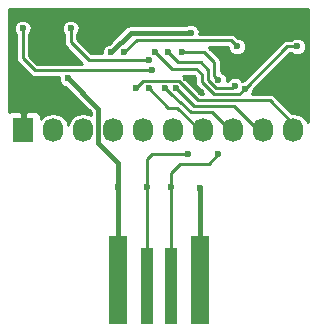
<source format=gbr>
G04 #@! TF.FileFunction,Copper,L2,Bot,Signal*
%FSLAX46Y46*%
G04 Gerber Fmt 4.6, Leading zero omitted, Abs format (unit mm)*
G04 Created by KiCad (PCBNEW (2015-04-09 BZR 5589)-product) date Monday, June 29, 2015 'PMt' 04:43:36 PM*
%MOMM*%
G01*
G04 APERTURE LIST*
%ADD10C,0.100000*%
%ADD11R,1.498600X7.498080*%
%ADD12R,0.998220X6.499860*%
%ADD13R,1.727200X2.032000*%
%ADD14O,1.727200X2.032000*%
%ADD15C,0.600000*%
%ADD16C,0.400000*%
%ADD17C,0.250000*%
%ADD18C,0.254000*%
G04 APERTURE END LIST*
D10*
D11*
X170883580Y-127704880D03*
D12*
X168384220Y-128202720D03*
X166387780Y-128202720D03*
D11*
X163888420Y-127704880D03*
D13*
X155892500Y-115062000D03*
D14*
X158432500Y-115062000D03*
X160972500Y-115062000D03*
X163512500Y-115062000D03*
X166052500Y-115062000D03*
X168592500Y-115062000D03*
X171132500Y-115062000D03*
X173672500Y-115062000D03*
X176212500Y-115062000D03*
X178752500Y-115062000D03*
D15*
X163322000Y-108458000D03*
X170053000Y-106807000D03*
X170878812Y-119950892D03*
X162814000Y-105156000D03*
X171196000Y-105156000D03*
X176022000Y-105156000D03*
X157861000Y-109029500D03*
X158496000Y-111887000D03*
X170900000Y-111800000D03*
X169700000Y-110600000D03*
X167068500Y-108458000D03*
X174625000Y-111569500D03*
X179070000Y-107950000D03*
X164401500Y-108458000D03*
X173990000Y-107950000D03*
X159893000Y-106426000D03*
X166497000Y-109093000D03*
X155829000Y-106426000D03*
X166751000Y-109982000D03*
X169291000Y-108458000D03*
X172400000Y-110800000D03*
X168148000Y-108458000D03*
X173800000Y-111300000D03*
X165417500Y-111506000D03*
X166497000Y-111506000D03*
X167894000Y-111506000D03*
X168783000Y-111506000D03*
X168384220Y-119888000D03*
X172402500Y-117094000D03*
X166387780Y-119888000D03*
X166370000Y-119888000D03*
X169862500Y-117094000D03*
X163888420Y-119888000D03*
X159639000Y-110617000D03*
D16*
X170053000Y-106807000D02*
X164973000Y-106807000D01*
X164973000Y-106807000D02*
X163322000Y-108458000D01*
X170883580Y-127704880D02*
X170878812Y-119950892D01*
X176022000Y-105156000D02*
X171196000Y-105156000D01*
X162814000Y-105156000D02*
X171196000Y-105156000D01*
X157861000Y-109029500D02*
X157861000Y-107188000D01*
X157861000Y-107188000D02*
X159893000Y-105156000D01*
X159893000Y-105156000D02*
X162814000Y-105156000D01*
X170900000Y-111800000D02*
X169700000Y-110600000D01*
D17*
X168455250Y-109844750D02*
X167068500Y-108458000D01*
X168465500Y-109855000D02*
X168455250Y-109844750D01*
X174625000Y-111569500D02*
X178244500Y-107950000D01*
X178244500Y-107950000D02*
X179070000Y-107950000D01*
X174194500Y-112000000D02*
X174625000Y-111569500D01*
X168455250Y-109844750D02*
X170544750Y-109844750D01*
X172000000Y-112000000D02*
X173900000Y-112000000D01*
X171000000Y-111000000D02*
X172000000Y-112000000D01*
X171000000Y-110300000D02*
X171000000Y-111000000D01*
X170544750Y-109844750D02*
X171000000Y-110300000D01*
X173900000Y-112000000D02*
X174194500Y-112000000D01*
X165481000Y-107442000D02*
X164401500Y-108458000D01*
X173482000Y-107442000D02*
X165481000Y-107442000D01*
X173990000Y-107950000D02*
X173482000Y-107442000D01*
X164846000Y-109093000D02*
X161417000Y-109093000D01*
X161417000Y-109093000D02*
X159893000Y-107569000D01*
X159893000Y-107569000D02*
X159893000Y-106426000D01*
X165354000Y-109093000D02*
X166497000Y-109093000D01*
X165354000Y-109093000D02*
X164846000Y-109093000D01*
X156845000Y-109982000D02*
X155829000Y-108966000D01*
X155829000Y-108966000D02*
X155829000Y-106426000D01*
X166751000Y-109982000D02*
X156845000Y-109982000D01*
X169291000Y-108458000D02*
X171208000Y-108458000D01*
X171208000Y-108458000D02*
X172021500Y-109271500D01*
X172400000Y-110800000D02*
X172021500Y-110421500D01*
X172021500Y-110421500D02*
X172021500Y-109271500D01*
X168990000Y-109300000D02*
X168148000Y-108458000D01*
X173800000Y-111300498D02*
X173600498Y-111500000D01*
X173600498Y-111500000D02*
X172200000Y-111500000D01*
X172200000Y-111500000D02*
X171500000Y-110800000D01*
X171500000Y-110800000D02*
X171500000Y-109900000D01*
X171500000Y-109900000D02*
X170900000Y-109300000D01*
X173800000Y-111300000D02*
X173800000Y-111300498D01*
X170900000Y-109300000D02*
X168990000Y-109300000D01*
X178752500Y-115062000D02*
X178752500Y-114490500D01*
X178752500Y-114490500D02*
X176784000Y-112522000D01*
X176784000Y-112522000D02*
X170688000Y-112522000D01*
X170688000Y-112522000D02*
X169037000Y-110871000D01*
X165417500Y-111506000D02*
X165989000Y-110871000D01*
X165989000Y-110871000D02*
X169037000Y-110871000D01*
X168148000Y-113157000D02*
X166497000Y-111506000D01*
X168910000Y-113157000D02*
X168148000Y-113157000D01*
X170815000Y-115062000D02*
X168910000Y-113157000D01*
X171132500Y-115062000D02*
X170815000Y-115062000D01*
X168391000Y-112014000D02*
X167894000Y-111506000D01*
X169164000Y-112649000D02*
X168391000Y-112014000D01*
X170053000Y-113538000D02*
X169164000Y-112649000D01*
X171831000Y-113538000D02*
X170053000Y-113538000D01*
X173355000Y-115062000D02*
X171831000Y-113538000D01*
X173672500Y-115062000D02*
X173355000Y-115062000D01*
X176212500Y-115062000D02*
X175768000Y-115062000D01*
X173736000Y-113030000D02*
X175768000Y-115062000D01*
X173736000Y-113030000D02*
X170307000Y-113030000D01*
X170307000Y-113030000D02*
X169291000Y-112014000D01*
X169291000Y-112014000D02*
X168783000Y-111506000D01*
X168384220Y-128202720D02*
X168384220Y-119888000D01*
X168384220Y-119888000D02*
X168384220Y-118699280D01*
X171577000Y-117919500D02*
X172402500Y-117094000D01*
X169164000Y-117919500D02*
X171577000Y-117919500D01*
X168384220Y-118699280D02*
X169164000Y-117919500D01*
X168402000Y-128184940D02*
X168384220Y-128202720D01*
X166751000Y-117094000D02*
X166387780Y-117457220D01*
X166387780Y-117457220D02*
X166387780Y-119888000D01*
X166387780Y-119888000D02*
X166387780Y-128202720D01*
X169037000Y-117094000D02*
X166751000Y-117094000D01*
X169862500Y-117094000D02*
X169037000Y-117094000D01*
D16*
X162242500Y-114427000D02*
X162242500Y-113220500D01*
X162242500Y-113220500D02*
X159639000Y-110617000D01*
X163888420Y-127704880D02*
X163888420Y-119888000D01*
X163888420Y-119888000D02*
X163888420Y-117792500D01*
X162242500Y-116141500D02*
X162242500Y-114427000D01*
X163888420Y-117787420D02*
X162242500Y-116141500D01*
D17*
X163888420Y-117792500D02*
X163888420Y-117787420D01*
D18*
G36*
X171116928Y-111940000D02*
X170929072Y-111940000D01*
X169448536Y-110459464D01*
X169399576Y-110426750D01*
X170303678Y-110426750D01*
X170418000Y-110541072D01*
X170418000Y-111000000D01*
X170462302Y-111222722D01*
X170588464Y-111411536D01*
X171116928Y-111940000D01*
X171116928Y-111940000D01*
G37*
X171116928Y-111940000D02*
X170929072Y-111940000D01*
X169448536Y-110459464D01*
X169399576Y-110426750D01*
X170303678Y-110426750D01*
X170418000Y-110541072D01*
X170418000Y-111000000D01*
X170462302Y-111222722D01*
X170588464Y-111411536D01*
X171116928Y-111940000D01*
G36*
X179960000Y-114356550D02*
X179686305Y-113946937D01*
X179257872Y-113660667D01*
X178752500Y-113560142D01*
X178663013Y-113577941D01*
X177195536Y-112110464D01*
X177006722Y-111984302D01*
X176784000Y-111940000D01*
X175290823Y-111940000D01*
X175381869Y-111720737D01*
X175381943Y-111635628D01*
X178485572Y-108532000D01*
X178581357Y-108532000D01*
X178640634Y-108591380D01*
X178918763Y-108706869D01*
X179219916Y-108707132D01*
X179498246Y-108592128D01*
X179711380Y-108379366D01*
X179826869Y-108101237D01*
X179827132Y-107800084D01*
X179712128Y-107521754D01*
X179499366Y-107308620D01*
X179221237Y-107193131D01*
X178920084Y-107192868D01*
X178641754Y-107307872D01*
X178581520Y-107368000D01*
X178244500Y-107368000D01*
X178021778Y-107412302D01*
X177832964Y-107538464D01*
X174558986Y-110812441D01*
X174475084Y-110812368D01*
X174409781Y-110839350D01*
X174229366Y-110658620D01*
X173951237Y-110543131D01*
X173650084Y-110542868D01*
X173371754Y-110657872D01*
X173158620Y-110870634D01*
X173156935Y-110874689D01*
X173157132Y-110650084D01*
X173042128Y-110371754D01*
X172829366Y-110158620D01*
X172603500Y-110064832D01*
X172603500Y-109271500D01*
X172559198Y-109048779D01*
X172559198Y-109048778D01*
X172433036Y-108859964D01*
X171619536Y-108046464D01*
X171585916Y-108024000D01*
X173232934Y-108024000D01*
X173232868Y-108099916D01*
X173347872Y-108378246D01*
X173560634Y-108591380D01*
X173838763Y-108706869D01*
X174139916Y-108707132D01*
X174418246Y-108592128D01*
X174631380Y-108379366D01*
X174746869Y-108101237D01*
X174747132Y-107800084D01*
X174632128Y-107521754D01*
X174419366Y-107308620D01*
X174141237Y-107193131D01*
X174056128Y-107193056D01*
X173893536Y-107030464D01*
X173704722Y-106904302D01*
X173482000Y-106860000D01*
X170809954Y-106860000D01*
X170810132Y-106657084D01*
X170695128Y-106378754D01*
X170482366Y-106165620D01*
X170204237Y-106050131D01*
X169903084Y-106049868D01*
X169660746Y-106150000D01*
X164973000Y-106150000D01*
X164721577Y-106200011D01*
X164508431Y-106342431D01*
X163134439Y-107716422D01*
X162893754Y-107815872D01*
X162680620Y-108028634D01*
X162565131Y-108306763D01*
X162564952Y-108511000D01*
X161658072Y-108511000D01*
X160475000Y-107327928D01*
X160475000Y-106914642D01*
X160534380Y-106855366D01*
X160649869Y-106577237D01*
X160650132Y-106276084D01*
X160535128Y-105997754D01*
X160322366Y-105784620D01*
X160044237Y-105669131D01*
X159743084Y-105668868D01*
X159464754Y-105783872D01*
X159251620Y-105996634D01*
X159136131Y-106274763D01*
X159135868Y-106575916D01*
X159250872Y-106854246D01*
X159311000Y-106914479D01*
X159311000Y-107569000D01*
X159355302Y-107791722D01*
X159481464Y-107980536D01*
X160900928Y-109400000D01*
X157086072Y-109400000D01*
X156411000Y-108724928D01*
X156411000Y-106914642D01*
X156470380Y-106855366D01*
X156585869Y-106577237D01*
X156586132Y-106276084D01*
X156471128Y-105997754D01*
X156258366Y-105784620D01*
X155980237Y-105669131D01*
X155679084Y-105668868D01*
X155400754Y-105783872D01*
X155187620Y-105996634D01*
X155072131Y-106274763D01*
X155071868Y-106575916D01*
X155186872Y-106854246D01*
X155247000Y-106914479D01*
X155247000Y-108966000D01*
X155291302Y-109188722D01*
X155417464Y-109377536D01*
X156433464Y-110393536D01*
X156622278Y-110519698D01*
X156845000Y-110564000D01*
X158882045Y-110564000D01*
X158881868Y-110766916D01*
X158996872Y-111045246D01*
X159209634Y-111258380D01*
X159451796Y-111358934D01*
X161585500Y-113492638D01*
X161585500Y-113732581D01*
X161477872Y-113660667D01*
X160972500Y-113560142D01*
X160467128Y-113660667D01*
X160038695Y-113946937D01*
X159752425Y-114375370D01*
X159702500Y-114626359D01*
X159652575Y-114375370D01*
X159366305Y-113946937D01*
X158937872Y-113660667D01*
X158432500Y-113560142D01*
X157927128Y-113660667D01*
X157498695Y-113946937D01*
X157391100Y-114107964D01*
X157391100Y-113919690D01*
X157294427Y-113686301D01*
X157115798Y-113507673D01*
X156882409Y-113411000D01*
X156178250Y-113411000D01*
X156019500Y-113569750D01*
X156019500Y-114935000D01*
X156039500Y-114935000D01*
X156039500Y-115189000D01*
X156019500Y-115189000D01*
X156019500Y-115209000D01*
X155765500Y-115209000D01*
X155765500Y-115189000D01*
X155745500Y-115189000D01*
X155745500Y-114935000D01*
X155765500Y-114935000D01*
X155765500Y-113569750D01*
X155606750Y-113411000D01*
X154902591Y-113411000D01*
X154685000Y-113501129D01*
X154685000Y-104774000D01*
X171958000Y-104774000D01*
X179960000Y-104774000D01*
X179960000Y-114356550D01*
X179960000Y-114356550D01*
G37*
X179960000Y-114356550D02*
X179686305Y-113946937D01*
X179257872Y-113660667D01*
X178752500Y-113560142D01*
X178663013Y-113577941D01*
X177195536Y-112110464D01*
X177006722Y-111984302D01*
X176784000Y-111940000D01*
X175290823Y-111940000D01*
X175381869Y-111720737D01*
X175381943Y-111635628D01*
X178485572Y-108532000D01*
X178581357Y-108532000D01*
X178640634Y-108591380D01*
X178918763Y-108706869D01*
X179219916Y-108707132D01*
X179498246Y-108592128D01*
X179711380Y-108379366D01*
X179826869Y-108101237D01*
X179827132Y-107800084D01*
X179712128Y-107521754D01*
X179499366Y-107308620D01*
X179221237Y-107193131D01*
X178920084Y-107192868D01*
X178641754Y-107307872D01*
X178581520Y-107368000D01*
X178244500Y-107368000D01*
X178021778Y-107412302D01*
X177832964Y-107538464D01*
X174558986Y-110812441D01*
X174475084Y-110812368D01*
X174409781Y-110839350D01*
X174229366Y-110658620D01*
X173951237Y-110543131D01*
X173650084Y-110542868D01*
X173371754Y-110657872D01*
X173158620Y-110870634D01*
X173156935Y-110874689D01*
X173157132Y-110650084D01*
X173042128Y-110371754D01*
X172829366Y-110158620D01*
X172603500Y-110064832D01*
X172603500Y-109271500D01*
X172559198Y-109048779D01*
X172559198Y-109048778D01*
X172433036Y-108859964D01*
X171619536Y-108046464D01*
X171585916Y-108024000D01*
X173232934Y-108024000D01*
X173232868Y-108099916D01*
X173347872Y-108378246D01*
X173560634Y-108591380D01*
X173838763Y-108706869D01*
X174139916Y-108707132D01*
X174418246Y-108592128D01*
X174631380Y-108379366D01*
X174746869Y-108101237D01*
X174747132Y-107800084D01*
X174632128Y-107521754D01*
X174419366Y-107308620D01*
X174141237Y-107193131D01*
X174056128Y-107193056D01*
X173893536Y-107030464D01*
X173704722Y-106904302D01*
X173482000Y-106860000D01*
X170809954Y-106860000D01*
X170810132Y-106657084D01*
X170695128Y-106378754D01*
X170482366Y-106165620D01*
X170204237Y-106050131D01*
X169903084Y-106049868D01*
X169660746Y-106150000D01*
X164973000Y-106150000D01*
X164721577Y-106200011D01*
X164508431Y-106342431D01*
X163134439Y-107716422D01*
X162893754Y-107815872D01*
X162680620Y-108028634D01*
X162565131Y-108306763D01*
X162564952Y-108511000D01*
X161658072Y-108511000D01*
X160475000Y-107327928D01*
X160475000Y-106914642D01*
X160534380Y-106855366D01*
X160649869Y-106577237D01*
X160650132Y-106276084D01*
X160535128Y-105997754D01*
X160322366Y-105784620D01*
X160044237Y-105669131D01*
X159743084Y-105668868D01*
X159464754Y-105783872D01*
X159251620Y-105996634D01*
X159136131Y-106274763D01*
X159135868Y-106575916D01*
X159250872Y-106854246D01*
X159311000Y-106914479D01*
X159311000Y-107569000D01*
X159355302Y-107791722D01*
X159481464Y-107980536D01*
X160900928Y-109400000D01*
X157086072Y-109400000D01*
X156411000Y-108724928D01*
X156411000Y-106914642D01*
X156470380Y-106855366D01*
X156585869Y-106577237D01*
X156586132Y-106276084D01*
X156471128Y-105997754D01*
X156258366Y-105784620D01*
X155980237Y-105669131D01*
X155679084Y-105668868D01*
X155400754Y-105783872D01*
X155187620Y-105996634D01*
X155072131Y-106274763D01*
X155071868Y-106575916D01*
X155186872Y-106854246D01*
X155247000Y-106914479D01*
X155247000Y-108966000D01*
X155291302Y-109188722D01*
X155417464Y-109377536D01*
X156433464Y-110393536D01*
X156622278Y-110519698D01*
X156845000Y-110564000D01*
X158882045Y-110564000D01*
X158881868Y-110766916D01*
X158996872Y-111045246D01*
X159209634Y-111258380D01*
X159451796Y-111358934D01*
X161585500Y-113492638D01*
X161585500Y-113732581D01*
X161477872Y-113660667D01*
X160972500Y-113560142D01*
X160467128Y-113660667D01*
X160038695Y-113946937D01*
X159752425Y-114375370D01*
X159702500Y-114626359D01*
X159652575Y-114375370D01*
X159366305Y-113946937D01*
X158937872Y-113660667D01*
X158432500Y-113560142D01*
X157927128Y-113660667D01*
X157498695Y-113946937D01*
X157391100Y-114107964D01*
X157391100Y-113919690D01*
X157294427Y-113686301D01*
X157115798Y-113507673D01*
X156882409Y-113411000D01*
X156178250Y-113411000D01*
X156019500Y-113569750D01*
X156019500Y-114935000D01*
X156039500Y-114935000D01*
X156039500Y-115189000D01*
X156019500Y-115189000D01*
X156019500Y-115209000D01*
X155765500Y-115209000D01*
X155765500Y-115189000D01*
X155745500Y-115189000D01*
X155745500Y-114935000D01*
X155765500Y-114935000D01*
X155765500Y-113569750D01*
X155606750Y-113411000D01*
X154902591Y-113411000D01*
X154685000Y-113501129D01*
X154685000Y-104774000D01*
X171958000Y-104774000D01*
X179960000Y-104774000D01*
X179960000Y-114356550D01*
M02*

</source>
